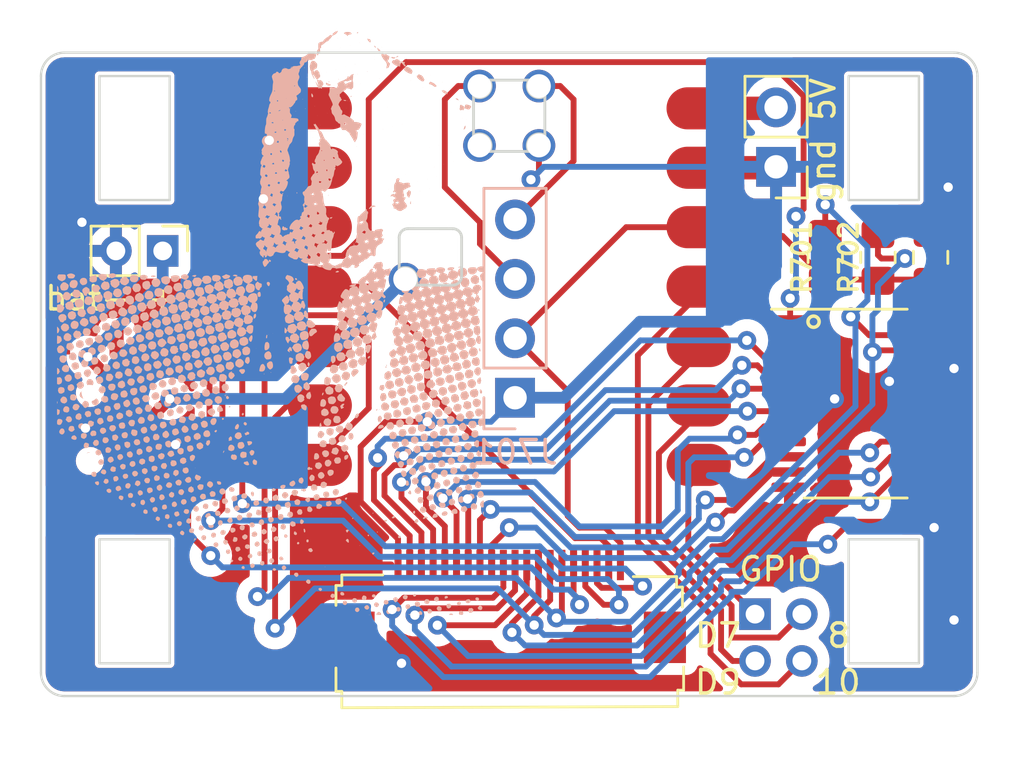
<source format=kicad_pcb>
(kicad_pcb (version 20221018) (generator pcbnew)
  (layers (0 "F.Cu" signal) (31 "B.Cu" signal) (34 "B.Paste" user) (35 "F.Paste" user) (36 "B.SilkS" user "B.Silkscreen") (37 "F.SilkS" user "F.Silkscreen") (38 "B.Mask" user) (39 "F.Mask" user) (44 "Edge.Cuts" user))
  (net 0 "")
  (net 1 "Net-(BT700-+)")
  (net 2 "GND")
  (net 3 "+3V3")
  (net 4 "swdio")
  (net 5 "swclk")
  (net 6 "Row_4")
  (net 7 "Row_3")
  (net 8 "Row_2")
  (net 9 "Row_1")
  (net 10 "sda")
  (net 11 "scl")
  (net 12 "Col_12")
  (net 13 "Col_11")
  (net 14 "Col_10")
  (net 15 "Col_9")
  (net 16 "Col_8")
  (net 17 "Col_7")
  (net 18 "Col_6")
  (net 19 "Col_5")
  (net 20 "Col_4")
  (net 21 "Col_3")
  (net 22 "Col_2")
  (net 23 "Col_1")
  (net 24 "D7")
  (net 25 "+5V")
  (net 26 "Net-(U700-BAT)")
  (net 27 "~{int}")
  (net 28 "D8")
  (net 29 "D9")
  (net 30 "D10")
  (footprint "Package_SO:TSSOP-24_4.4x7.8mm_P0.65mm" (layer "F.Cu") (at 148.8 100)
    (fp_text reference "U701" hide)
    (fp_text value "PCA9555PW")
  )
  (footprint "Resistor_SMD:R_0805_2012Metric_Pad1.20x1.40mm_HandSolder" (layer "F.Cu") (at 149.75 93.75 90)
    (fp_text reference "R702")
    (fp_text value "10k")
  )
  (footprint "Connector_PinHeader_2.00mm:PinHeader_2x02_P2.00mm_Horizontal" (layer "F.Cu") (at 144.5 109)
    (fp_text reference "J1" hide)
    (fp_text value "Conn_01x04")
  )
  (footprint "weteor:FCC 20pin" (layer "F.Cu") (at 134 110)
    (fp_text reference "J700" hide)
    (fp_text value "Conn_01x20")
  )
  (footprint "Connector_PinHeader_2.00mm:PinHeader_1x02_P2.00mm_Vertical" (layer "F.Cu") (at 119.2 93.475 -90)
    (fp_text reference "bat- +")
    (fp_text value "Battery_Cell")
  )
  (footprint "Capacitor_SMD:C_0805_2012Metric" (layer "F.Cu") (at 152 93.75 -90)
    (fp_text reference "C700" hide)
    (fp_text value "0.1uF")
  )
  (footprint "Connector_PinHeader_2.54mm:PinHeader_1x02_P2.54mm_Vertical" (layer "F.Cu") (at 145.4 89.88 180)
    (fp_text reference "J702" hide)
    (fp_text value "Conn_01x02")
  )
  (footprint "weteor:switch_MSK-12C02_smd" (layer "F.Cu") (at 114.7375 101)
    (fp_text reference "SW700")
    (fp_text value "ON_OFF")
  )
  (footprint "Resistor_SMD:R_0805_2012Metric_Pad1.20x1.40mm_HandSolder" (layer "F.Cu") (at 147.5 93.75 90)
    (fp_text reference "R701")
    (fp_text value "10k")
  )
  (footprint "mcu:xiao-ble-smd-cutout" (layer "F.Cu") (at 134 95)
    (fp_text reference "U700" hide)
    (fp_text value "xiao-ble" hide)
    (fp_line (start -4.699 -0.7488) (end -4.699 -2.095) (stroke (width 0.12)) (layer "Edge.Cuts"))
    (fp_line (start -4.319954 -2.477939) (end -2.413 -2.476) (stroke (width 0.12)) (layer "Edge.Cuts"))
    (fp_line (start -2.413 -0.063) (end -4.0132 -0.063) (stroke (width 0.12)) (layer "Edge.Cuts"))
    (fp_line (start -2.032 -2.095) (end -2.032 -0.444) (stroke (width 0.12)) (layer "Edge.Cuts"))
    (fp_line (start -1.524 -6.4638) (end -1.524 -8.1402) (stroke (width 0.12)) (layer "Edge.Cuts"))
    (fp_line (start -0.8382 -8.826) (end 0.8382 -8.826) (stroke (width 0.12)) (layer "Edge.Cuts"))
    (fp_line (start -0.8382 -5.778) (end 0.8382 -5.778) (stroke (width 0.12)) (layer "Edge.Cuts"))
    (fp_line (start 1.524 -6.4638) (end 1.524 -8.1402) (stroke (width 0.12)) (layer "Edge.Cuts"))
    (fp_arc (start -4.700954 -2.096939) (mid -4.589362 -2.366347) (end -4.319954 -2.477939) (stroke (width 0.12)) (layer "Edge.Cuts"))
    (fp_arc (start -4.699 -0.7488) (mid -4.095391 -0.666609) (end -4.0132 -0.063) (stroke (width 0.12)) (layer "Edge.Cuts"))
    (fp_arc (start -2.413 -2.476) (mid -2.143592 -2.364408) (end -2.032 -2.095) (stroke (width 0.12)) (layer "Edge.Cuts"))
    (fp_arc (start -2.032 -0.444) (mid -2.143592 -0.174592) (end -2.413 -0.063) (stroke (width 0.12)) (layer "Edge.Cuts"))
    (fp_arc (start -1.524 -6.4638) (mid -0.920391 -6.381609) (end -0.8382 -5.778) (stroke (width 0.12)) (layer "Edge.Cuts"))
    (fp_arc (start -0.8382 -8.826) (mid -0.920391 -8.222391) (end -1.524 -8.1402) (stroke (width 0.12)) (layer "Edge.Cuts"))
    (fp_arc (start 0.8382 -5.778) (mid 0.920391 -6.381609) (end 1.524 -6.4638) (stroke (width 0.12)) (layer "Edge.Cuts"))
    (fp_arc (start 1.524 -8.1402) (mid 0.920393 -8.222393) (end 0.8382 -8.826) (stroke (width 0.12)) (layer "Edge.Cuts"))
  )
  (footprint "LOGO" (layer "B.Cu") (at 123.805756 95.528093 180)
    (fp_text reference "G***" hide)
    (fp_text value "LOGO" hide)
  )
  (footprint "Connector_PinHeader_2.54mm:PinHeader_1x04_P2.54mm_Vertical" (layer "B.Cu") (at 134.25 99.75)
    (fp_text reference "J701")
    (fp_text value "BL_CONN")
  )
  (gr_circle (center 147 96.5) (end 147.220376 96.592513) (stroke (width 0.15)) (fill none) (layer "F.SilkS"))
  (gr_arc (start 154 111.5) (mid 153.707107 112.207107) (end 153 112.5) (stroke (width 0.1)) (layer "Edge.Cuts"))
  (gr_rect (start 116.5 86) (end 119.5 91.3) (stroke (width 0.1)) (fill none) (layer "Edge.Cuts"))
  (gr_line (start 115 85) (end 153 85) (stroke (width 0.1)) (layer "Edge.Cuts"))
  (gr_line (start 153 112.5) (end 115 112.5) (stroke (width 0.1)) (layer "Edge.Cuts"))
  (gr_arc (start 114 86) (mid 114.292893 85.292893) (end 115 85) (stroke (width 0.1)) (layer "Edge.Cuts"))
  (gr_rect (start 148.5 86) (end 151.5 91.3) (stroke (width 0.1)) (fill none) (layer "Edge.Cuts"))
  (gr_line (start 154 86) (end 154 111.5) (stroke (width 0.1)) (layer "Edge.Cuts"))
  (gr_line (start 114 111.5) (end 114 86) (stroke (width 0.1)) (layer "Edge.Cuts"))
  (gr_arc (start 153 85) (mid 153.707107 85.292893) (end 154 86) (stroke (width 0.1)) (layer "Edge.Cuts"))
  (gr_arc (start 115 112.5) (mid 114.292893 112.207107) (end 114 111.5) (stroke (width 0.1)) (layer "Edge.Cuts"))
  (gr_rect (start 148.5 105.8) (end 151.5 111.1) (stroke (width 0.1)) (fill none) (layer "Edge.Cuts"))
  (gr_rect (start 116.5 105.8) (end 119.5 111.1) (stroke (width 0.1)) (fill none) (layer "Edge.Cuts"))
  (gr_text "D7" (at 141.842844 110.5) (layer "F.SilkS") (effects (font (size 1 1)) (justify left bottom)))
  (gr_text "gnd" (at 148 91.5 90) (layer "F.SilkS") (effects (font (size 1 1)) (justify left bottom)))
  (gr_text "8" (at 147.5 110.5) (layer "F.SilkS") (effects (font (size 1 1)) (justify left bottom)))
  (gr_text "D9" (at 141.842844 112.5) (layer "F.SilkS") (effects (font (size 1 1)) (justify left bottom)))
  (gr_text "GPIO" (at 143.728469 107.665935) (layer "F.SilkS") (effects (font (size 1 1)) (justify left bottom)))
  (gr_text "10" (at 147 112.5) (layer "F.SilkS") (effects (font (size 1 1)) (justify left bottom)))
  (gr_text "5V" (at 148 88 90) (layer "F.SilkS") (effects (font (size 1 1)) (justify left bottom)))
  (segment (start 116.8 98.8) (end 117.9375 98.8) (width 0.5) (layer "F.Cu") (net 1))
  (segment (start 116 98) (end 116.8 98.8) (width 0.5) (layer "F.Cu") (net 1))
  (via (at 116 98) (size 0.8) (drill 0.4) (layers "F.Cu" "B.Cu") (net 1))
  (segment (start 116 98) (end 119.2 94.8) (width 0.5) (layer "B.Cu") (net 1))
  (segment (start 119.2 94.8) (end 119.2 93.475) (width 0.5) (layer "B.Cu") (net 1))
  (segment (start 135.27 88.968) (end 135.27 90.0854) (width 0.25) (layer "F.Cu") (net 2))
  (segment (start 145.36 89.92) (end 145.4 89.88) (width 0.5) (layer "F.Cu") (net 2))
  (segment (start 129.25 106.9) (end 129.25 105.786396) (width 0.25) (layer "F.Cu") (net 2))
  (segment (start 127.656205 101.843795) (end 128.7245 100.7755) (width 0.25) (layer "F.Cu") (net 2))
  (segment (start 152.875 98.375) (end 153 98.5) (width 0.25) (layer "F.Cu") (net 2))
  (segment (start 128.7245 100.7755) (end 130.5 100.7755) (width 0.25) (layer "F.Cu") (net 2))
  (segment (start 127.656205 104.192601) (end 127.656205 101.843795) (width 0.25) (layer "F.Cu") (net 2))
  (segment (start 145.9375 97.725) (end 145.9375 97.075) (width 0.25) (layer "F.Cu") (net 2))
  (segment (start 129.25 105.786396) (end 127.656205 104.192601) (width 0.25) (layer "F.Cu") (net 2))
  (segment (start 135.27 90.0854) (end 134.9277 90.4277) (width 0.25) (layer "F.Cu") (net 2))
  (segment (start 151.6625 98.375) (end 150.913572 98.375) (width 0.25) (layer "F.Cu") (net 2))
  (segment (start 150.913572 98.375) (end 150.238572 99.05) (width 0.25) (layer "F.Cu") (net 2))
  (segment (start 151.6625 98.375) (end 152.875 98.375) (width 0.25) (layer "F.Cu") (net 2))
  (segment (start 142.56996 89.92) (end 145.36 89.92) (width 1) (layer "F.Cu") (net 2))
  (via (at 119.75 101.75) (size 0.8) (drill 0.4) (layers "F.Cu" "B.Cu") (net 2))
  (via (at 150.238572 99.05) (size 0.8) (drill 0.4) (layers "F.Cu" "B.Cu") (net 2))
  (via (at 152.75 90.75) (size 0.8) (drill 0.4) (layers "F.Cu" "B.Cu") (net 2))
  (via (at 152.15 105.3) (size 0.8) (drill 0.4) (layers "F.Cu" "B.Cu") (net 2))
  (via (at 147.9 99.8) (size 0.8) (drill 0.4) (layers "F.Cu" "B.Cu") (net 2))
  (via (at 115.9 101.05) (size 0.8) (drill 0.4) (layers "F.Cu" "B.Cu") (net 2))
  (via (at 134.9277 90.4277) (size 0.8) (drill 0.4) (layers "F.Cu" "B.Cu") (net 2))
  (via (at 115.75 92.25) (size 0.8) (drill 0.4) (layers "F.Cu" "B.Cu") (net 2))
  (via (at 153 109.25) (size 0.8) (drill 0.4) (layers "F.Cu" "B.Cu") (net 2))
  (via (at 130.5 100.7755) (size 0.8) (drill 0.4) (layers "F.Cu" "B.Cu") (net 2))
  (via (at 153 98.5) (size 0.8) (drill 0.4) (layers "F.Cu" "B.Cu") (net 2))
  (via (at 123.75 88.75) (size 0.8) (drill 0.4) (layers "F.Cu" "B.Cu") (net 2))
  (via (at 123.5 91.25) (size 0.8) (drill 0.4) (layers "F.Cu" "B.Cu") (net 2))
  (via (at 129.4 111.1) (size 0.8) (drill 0.4) (layers "F.Cu" "B.Cu") (net 2))
  (segment (start 136.336828 99.75) (end 139.586828 96.5) (width 0.5) (layer "B.Cu") (net 2))
  (segment (start 134.25 99.75) (end 136.336828 99.75) (width 0.5) (layer "B.Cu") (net 2))
  (segment (start 143 96.5) (end 145.4 94.1) (width 0.5) (layer "B.Cu") (net 2))
  (segment (start 145.4 94.1) (end 145.4 89.88) (width 0.5) (layer "B.Cu") (net 2))
  (segment (start 134.9277 90.4277) (end 135.4754 89.88) (width 0.25) (layer "B.Cu") (net 2))
  (segment (start 135.4754 89.88) (end 145.4 89.88) (width 0.25) (layer "B.Cu") (net 2))
  (segment (start 133.2245 100.7755) (end 134.25 99.75) (width 0.25) (layer "B.Cu") (net 2))
  (segment (start 130.5 100.7755) (end 133.2245 100.7755) (width 0.25) (layer "B.Cu") (net 2))
  (segment (start 139.586828 96.5) (end 143 96.5) (width 0.5) (layer "B.Cu") (net 2))
  (segment (start 151.6625 96.425) (end 151.6625 95.0375) (width 0.25) (layer "F.Cu") (net 3))
  (segment (start 136.5 99.46) (end 134.25 97.21) (width 0.25) (layer "F.Cu") (net 3))
  (segment (start 138.1 105.3) (end 137 105.3) (width 0.25) (layer "F.Cu") (net 3))
  (segment (start 137 105.3) (end 136.5 104.8) (width 0.25) (layer "F.Cu") (net 3))
  (segment (start 151.6625 95.0375) (end 152 94.7) (width 0.25) (layer "F.Cu") (net 3))
  (segment (start 139 92.46) (end 134.25 97.21) (width 0.25) (layer "F.Cu") (net 3))
  (segment (start 145.1625 92.75) (end 145.25 92.8375) (width 0.25) (layer "F.Cu") (net 3))
  (segment (start 142.85996 92.75) (end 145.1625 92.75) (width 0.25) (layer "F.Cu") (net 3))
  (segment (start 138.75 105.95) (end 138.75 106.9) (width 0.25) (layer "F.Cu") (net 3))
  (segment (start 145.25 92.8375) (end 145.675 92.8375) (width 0.25) (layer "F.Cu") (net 3))
  (segment (start 152 94.7) (end 147.5375 94.7) (width 0.25) (layer "F.Cu") (net 3))
  (segment (start 142.56996 92.46) (end 139 92.46) (width 0.25) (layer "F.Cu") (net 3))
  (segment (start 147.5375 94.7) (end 147.5 94.6625) (width 0.25) (layer "F.Cu") (net 3))
  (segment (start 142.56996 92.46) (end 142.85996 92.75) (width 0.25) (layer "F.Cu") (net 3))
  (segment (start 136.5 104.8) (end 136.5 99.46) (width 0.25) (layer "F.Cu") (net 3))
  (segment (start 145.675 92.8375) (end 147.5 94.6625) (width 0.25) (layer "F.Cu") (net 3))
  (segment (start 138.75 105.95) (end 138.1 105.3) (width 0.25) (layer "F.Cu") (net 3))
  (segment (start 131.822 86.428) (end 132.73 86.428) (width 0.25) (layer "F.Cu") (net 4))
  (segment (start 132.75 92.25) (end 131.25 90.75) (width 0.25) (layer "F.Cu") (net 4))
  (segment (start 134.25 94.67) (end 132.75 93.17) (width 0.25) (layer "F.Cu") (net 4))
  (segment (start 131.25 87) (end 131.822 86.428) (width 0.25) (layer "F.Cu") (net 4))
  (segment (start 131.25 90.75) (end 131.25 87) (width 0.25) (layer "F.Cu") (net 4))
  (segment (start 132.75 93.17) (end 132.75 92.25) (width 0.25) (layer "F.Cu") (net 4))
  (segment (start 136.75 87) (end 136.75 89.63) (width 0.25) (layer "F.Cu") (net 5))
  (segment (start 135.27 86.428) (end 136.178 86.428) (width 0.25) (layer "F.Cu") (net 5))
  (segment (start 136.75 89.63) (end 134.25 92.13) (width 0.25) (layer "F.Cu") (net 5))
  (segment (start 136.178 86.428) (end 136.75 87) (width 0.25) (layer "F.Cu") (net 5))
  (segment (start 130.5 97.5) (end 128 95) (width 0.25) (layer "F.Cu") (net 6))
  (segment (start 138.25 106.9) (end 138.25 106.086396) (width 0.25) (layer "F.Cu") (net 6))
  (segment (start 138.25 106.086396) (end 137.913604 105.75) (width 0.25) (layer "F.Cu") (net 6))
  (segment (start 137.913604 105.75) (end 136.813604 105.75) (width 0.25) (layer "F.Cu") (net 6))
  (segment (start 136.813604 105.75) (end 130.5 99.436396) (width 0.25) (layer "F.Cu") (net 6))
  (segment (start 128 95) (end 125.43004 95) (width 0.25) (layer "F.Cu") (net 6))
  (segment (start 130.5 99.436396) (end 130.5 97.5) (width 0.25) (layer "F.Cu") (net 6))
  (segment (start 137.95 107.875) (end 137.75 107.675) (width 0.25) (layer "F.Cu") (net 7))
  (segment (start 122.5 96.25) (end 122.5 92.75) (width 0.25) (layer "F.Cu") (net 7))
  (segment (start 122.5 92.75) (end 122.79 92.46) (width 0.25) (layer "F.Cu") (net 7))
  (segment (start 122.6 104.2755) (end 122.6 96.35) (width 0.25) (layer "F.Cu") (net 7))
  (segment (start 139.7 107.8) (end 139.625 107.875) (width 0.25) (layer "F.Cu") (net 7))
  (segment (start 139.625 107.875) (end 137.95 107.875) (width 0.25) (layer "F.Cu") (net 7))
  (segment (start 122.79 92.46) (end 125.43004 92.46) (width 0.25) (layer "F.Cu") (net 7))
  (segment (start 137.75 107.675) (end 137.75 106.9) (width 0.25) (layer "F.Cu") (net 7))
  (segment (start 122.6 96.35) (end 122.5 96.25) (width 0.25) (layer "F.Cu") (net 7))
  (via (at 122.6 104.2755) (size 0.8) (drill 0.4) (layers "F.Cu" "B.Cu") (net 7))
  (via (at 139.7 107.8) (size 0.8) (drill 0.4) (layers "F.Cu" "B.Cu") (net 7))
  (segment (start 126.8755 104.2755) (end 122.6 104.2755) (width 0.25) (layer "B.Cu") (net 7))
  (segment (start 138.95 107.05) (end 136.254416 107.05) (width 0.25) (layer "B.Cu") (net 7))
  (segment (start 128.7 106.1) (end 126.8755 104.2755) (width 0.25) (layer "B.Cu") (net 7))
  (segment (start 139.7 107.8) (end 138.95 107.05) (width 0.25) (layer "B.Cu") (net 7))
  (segment (start 136.254416 107.05) (end 135.304416 106.1) (width 0.25) (layer "B.Cu") (net 7))
  (segment (start 135.304416 106.1) (end 128.7 106.1) (width 0.25) (layer "B.Cu") (net 7))
  (segment (start 121.75 91.25) (end 123.08 89.92) (width 0.25) (layer "F.Cu") (net 8))
  (segment (start 121.25 105) (end 121.75 104.5) (width 0.25) (layer "F.Cu") (net 8))
  (segment (start 138.038104 108.5995) (end 137.25 107.811396) (width 0.25) (layer "F.Cu") (net 8))
  (segment (start 123.08 89.92) (end 125.43004 89.92) (width 0.25) (layer "F.Cu") (net 8))
  (segment (start 138.686661 108.5995) (end 138.038104 108.5995) (width 0.25) (layer "F.Cu") (net 8))
  (segment (start 121.75 97.75) (end 121.75 91.25) (width 0.25) (layer "F.Cu") (net 8))
  (segment (start 137.25 107.811396) (end 137.25 106.9) (width 0.25) (layer "F.Cu") (net 8))
  (segment (start 121.75 104.5) (end 121.75 97.75) (width 0.25) (layer "F.Cu") (net 8))
  (via (at 121.25 105) (size 0.8) (drill 0.4) (layers "F.Cu" "B.Cu") (net 8))
  (via (at 138.686661 108.5995) (size 0.8) (drill 0.4) (layers "F.Cu" "B.Cu") (net 8))
  (segment (start 138.686661 108.5995) (end 138.686661 107.986661) (width 0.25) (layer "B.Cu") (net 8))
  (segment (start 136.06802 107.5) (end 135.11802 106.55) (width 0.25) (layer "B.Cu") (net 8))
  (segment (start 126.9 105) (end 121.25 105) (width 0.25) (layer "B.Cu") (net 8))
  (segment (start 138.686661 107.986661) (end 138.2 107.5) (width 0.25) (layer "B.Cu") (net 8))
  (segment (start 128.45 106.55) (end 126.9 105) (width 0.25) (layer "B.Cu") (net 8))
  (segment (start 138.2 107.5) (end 136.06802 107.5) (width 0.25) (layer "B.Cu") (net 8))
  (segment (start 135.11802 106.55) (end 128.45 106.55) (width 0.25) (layer "B.Cu") (net 8))
  (segment (start 121.25 106.5) (end 120.287299 105.537299) (width 0.25) (layer "F.Cu") (net 9))
  (segment (start 136.75 108.15) (end 136.75 106.9) (width 0.25) (layer "F.Cu") (net 9))
  (segment (start 121.2 89.6) (end 123.42 87.38) (width 0.25) (layer "F.Cu") (net 9))
  (segment (start 137.007003 108.592997) (end 137.007003 108.407003) (width 0.25) (layer "F.Cu") (net 9))
  (segment (start 123.42 87.38) (end 125.43004 87.38) (width 0.25) (layer "F.Cu") (net 9))
  (segment (start 120.287299 105.537299) (end 120.287299 104.462701) (width 0.25) (layer "F.Cu") (net 9))
  (segment (start 137.007003 108.407003) (end 136.75 108.15) (width 0.25) (layer "F.Cu") (net 9))
  (segment (start 120.287299 104.462701) (end 121.2 103.55) (width 0.25) (layer "F.Cu") (net 9))
  (segment (start 121.2 103.55) (end 121.2 89.6) (width 0.25) (layer "F.Cu") (net 9))
  (via (at 137.007003 108.592997) (size 0.8) (drill 0.4) (layers "F.Cu" "B.Cu") (net 9))
  (via (at 121.25 106.5) (size 0.8) (drill 0.4) (layers "F.Cu" "B.Cu") (net 9))
  (segment (start 135.881624 107.95) (end 134.931624 107) (width 0.25) (layer "B.Cu") (net 9))
  (segment (start 137.007003 108.407003) (end 136.55 107.95) (width 0.25) (layer "B.Cu") (net 9))
  (segment (start 121.75 107) (end 121.25 106.5) (width 0.25) (layer "B.Cu") (net 9))
  (segment (start 134.931624 107) (end 121.75 107) (width 0.25) (layer "B.Cu") (net 9))
  (segment (start 137.007003 108.592997) (end 137.007003 108.407003) (width 0.25) (layer "B.Cu") (net 9))
  (segment (start 136.55 107.95) (end 135.881624 107.95) (width 0.25) (layer "B.Cu") (net 9))
  (segment (start 123.55 107.95) (end 123.55 98.15) (width 0.25) (layer "F.Cu") (net 10))
  (segment (start 136.019027 109.162844) (end 136.25 108.931871) (width 0.25) (layer "F.Cu") (net 10))
  (segment (start 125.43004 97.54) (end 124.16 97.54) (width 0.25) (layer "F.Cu") (net 10))
  (segment (start 148.587879 96.291666) (end 149.371213 97.075) (width 0.25) (layer "F.Cu") (net 10))
  (segment (start 136.25 108.931871) (end 136.25 106.9) (width 0.25) (layer "F.Cu") (net 10))
  (segment (start 124.16 97.54) (end 123.55 98.15) (width 0.25) (layer "F.Cu") (net 10))
  (segment (start 123.25 108.25) (end 123.55 107.95) (width 0.25) (layer "F.Cu") (net 10))
  (segment (start 147.5 92.8375) (end 147.5 91.5) (width 0.25) (layer "F.Cu") (net 10))
  (segment (start 149.371213 97.075) (end 151.6625 97.075) (width 0.25) (layer "F.Cu") (net 10))
  (via (at 136.019027 109.162844) (size 0.8) (drill 0.4) (layers "F.Cu" "B.Cu") (net 10))
  (via (at 147.5 91.5) (size 0.8) (drill 0.4) (layers "F.Cu" "B.Cu") (net 10))
  (via (at 123.25 108.25) (size 0.8) (drill 0.4) (layers "F.Cu" "B.Cu") (net 10))
  (via (at 148.587879 96.291666) (size 0.8) (drill 0.4) (layers "F.Cu" "B.Cu") (net 10))
  (segment (start 141.245584 107.279721) (end 141.245584 107.05) (width 0.25) (layer "B.Cu") (net 10))
  (segment (start 136.180683 109.3245) (end 139.200805 109.3245) (width 0.25) (layer "B.Cu") (net 10))
  (segment (start 136.012844 109.162844) (end 134.3 107.45) (width 0.25) (layer "B.Cu") (net 10))
  (segment (start 143.109634 105.795283) (end 148.789572 100.115345) (width 0.25) (layer "B.Cu") (net 10))
  (segment (start 136.019027 109.162844) (end 136.180683 109.3245) (width 0.25) (layer "B.Cu") (net 10))
  (segment (start 142.500301 105.795283) (end 143.109634 105.795283) (width 0.25) (layer "B.Cu") (net 10))
  (segment (start 141.245584 107.05) (end 142.500301 105.795283) (width 0.25) (layer "B.Cu") (net 10))
  (segment (start 149.3 95.579545) (end 149.3 93.3) (width 0.25) (layer "B.Cu") (net 10))
  (segment (start 124.575305 107.45) (end 123.775305 108.25) (width 0.25) (layer "B.Cu") (net 10))
  (segment (start 139.200805 109.3245) (end 141.245584 107.279721) (width 0.25) (layer "B.Cu") (net 10))
  (segment (start 148.587879 96.291666) (end 149.3 95.579545) (width 0.25) (layer "B.Cu") (net 10))
  (segment (start 149.3 93.3) (end 147.5 91.5) (width 0.25) (layer "B.Cu") (net 10))
  (segment (start 123.775305 108.25) (end 123.25 108.25) (width 0.25) (layer "B.Cu") (net 10))
  (segment (start 148.789572 100.115345) (end 148.789572 96.493359) (width 0.25) (layer "B.Cu") (net 10))
  (segment (start 136.019027 109.162844) (end 136.012844 109.162844) (width 0.25) (layer "B.Cu") (net 10))
  (segment (start 134.3 107.45) (end 124.575305 107.45) (width 0.25) (layer "B.Cu") (net 10))
  (segment (start 148.789572 96.493359) (end 148.587879 96.291666) (width 0.25) (layer "B.Cu") (net 10))
  (segment (start 124 109.6) (end 124 100.6) (width 0.25) (layer "F.Cu") (net 11))
  (segment (start 124.52 100.08) (end 125.43004 100.08) (width 0.25) (layer "F.Cu") (net 11))
  (segment (start 135.75 108.395584) (end 135.75 106.9) (width 0.25) (layer "F.Cu") (net 11))
  (segment (start 149.75 93.65) (end 149.9 93.8) (width 0.25) (layer "F.Cu") (net 11))
  (segment (start 149.589072 97.725) (end 151.6625 97.725) (width 0.25) (layer "F.Cu") (net 11))
  (segment (start 149.514072 97.8) (end 149.589072 97.725) (width 0.25) (layer "F.Cu") (net 11))
  (segment (start 124 100.6) (end 124.52 100.08) (width 0.25) (layer "F.Cu") (net 11))
  (segment (start 149.9 93.8) (end 150.9 93.8) (width 0.25) (layer "F.Cu") (net 11))
  (segment (start 135.066893 109.466893) (end 135.066893 109.078691) (width 0.25) (layer "F.Cu") (net 11))
  (segment (start 135.066893 109.078691) (end 135.75 108.395584) (width 0.25) (layer "F.Cu") (net 11))
  (segment (start 149.75 92.8375) (end 149.75 93.65) (width 0.25) (layer "F.Cu") (net 11))
  (via (at 124 109.6) (size 0.8) (drill 0.4) (layers "F.Cu" "B.Cu") (net 11))
  (via (at 149.514072 97.8) (size 0.8) (drill 0.4) (layers "F.Cu" "B.Cu") (net 11))
  (via (at 150.9 93.8) (size 0.8) (drill 0.4) (layers "F.Cu" "B.Cu") (net 11))
  (via (at 135.066893 109.466893) (size 0.8) (drill 0.4) (layers "F.Cu" "B.Cu") (net 11))
  (segment (start 133.5 107.9) (end 125.7 107.9) (width 0.25) (layer "B.Cu") (net 11))
  (segment (start 149.75 94.95) (end 149.75 96) (width 0.25) (layer "B.Cu") (net 11))
  (segment (start 141.695584 107.236396) (end 142.686697 106.245283) (width 0.25) (layer "B.Cu") (net 11))
  (segment (start 135.487844 109.887844) (end 139.273857 109.887844) (width 0.25) (layer "B.Cu") (net 11))
  (segment (start 135.066893 109.466893) (end 133.5 107.9) (width 0.25) (layer "B.Cu") (net 11))
  (segment (start 141.695584 107.466117) (end 141.695584 107.236396) (width 0.25) (layer "B.Cu") (net 11))
  (segment (start 149.514072 100.027241) (end 149.514072 97.8) (width 0.25) (layer "B.Cu") (net 11))
  (segment (start 149.514072 96.235928) (end 149.514072 97.8) (width 0.25) (layer "B.Cu") (net 11))
  (segment (start 135.066893 109.466893) (end 135.487844 109.887844) (width 0.25) (layer "B.Cu") (net 11))
  (segment (start 149.75 96) (end 149.514072 96.235928) (width 0.25) (layer "B.Cu") (net 11))
  (segment (start 125.7 107.9) (end 124 109.6) (width 0.25) (layer "B.Cu") (net 11))
  (segment (start 139.273857 109.887844) (end 141.695584 107.466117) (width 0.25) (layer "B.Cu") (net 11))
  (segment (start 142.686697 106.245283) (end 143.29603 106.245283) (width 0.25) (layer "B.Cu") (net 11))
  (segment (start 143.29603 106.245283) (end 149.514072 100.027241) (width 0.25) (layer "B.Cu") (net 11))
  (segment (start 150.9 93.8) (end 149.75 94.95) (width 0.25) (layer "B.Cu") (net 11))
  (segment (start 134.117623 109.779767) (end 134.117623 109.391565) (width 0.25) (layer "F.Cu") (net 12))
  (segment (start 149.875 101.625) (end 151.6625 101.625) (width 0.25) (layer "F.Cu") (net 12))
  (segment (start 134.117623 109.391565) (end 135.25 108.259188) (width 0.25) (layer "F.Cu") (net 12))
  (segment (start 135.25 108.259188) (end 135.25 106.9) (width 0.25) (layer "F.Cu") (net 12))
  (segment (start 149.4 102.1) (end 149.875 101.625) (width 0.25) (layer "F.Cu") (net 12))
  (via (at 149.4 102.1) (size 0.8) (drill 0.4) (layers "F.Cu" "B.Cu") (net 12))
  (via (at 134.117623 109.779767) (size 0.8) (drill 0.4) (layers "F.Cu" "B.Cu") (net 12))
  (segment (start 142.145584 107.422792) (end 142.873093 106.695283) (width 0.25) (layer "B.Cu") (net 12))
  (segment (start 139.460253 110.337844) (end 142.145584 107.652513) (width 0.25) (layer "B.Cu") (net 12))
  (segment (start 134.6757 110.337844) (end 139.460253 110.337844) (width 0.25) (layer "B.Cu") (net 12))
  (segment (start 134.117623 109.779767) (end 134.6757 110.337844) (width 0.25) (layer "B.Cu") (net 12))
  (segment (start 142.873093 106.695283) (end 143.482426 106.695283) (width 0.25) (layer "B.Cu") (net 12))
  (segment (start 148.077709 102.1) (end 149.4 102.1) (width 0.25) (layer "B.Cu") (net 12))
  (segment (start 142.145584 107.652513) (end 142.145584 107.422792) (width 0.25) (layer "B.Cu") (net 12))
  (segment (start 143.482426 106.695283) (end 148.077709 102.1) (width 0.25) (layer "B.Cu") (net 12))
  (segment (start 130.931424 109.4745) (end 133.398292 109.4745) (width 0.25) (layer "F.Cu") (net 13))
  (segment (start 150.300402 102.275) (end 149.437701 103.137701) (width 0.25) (layer "F.Cu") (net 13))
  (segment (start 151.6625 102.275) (end 150.300402 102.275) (width 0.25) (layer "F.Cu") (net 13))
  (segment (start 134.75 108.122792) (end 134.75 106.9) (width 0.25) (layer "F.Cu") (net 13))
  (segment (start 133.398292 109.4745) (end 134.75 108.122792) (width 0.25) (layer "F.Cu") (net 13))
  (via (at 149.437701 103.137701) (size 0.8) (drill 0.4) (layers "F.Cu" "B.Cu") (net 13))
  (via (at 130.931424 109.4745) (size 0.8) (drill 0.4) (layers "F.Cu" "B.Cu") (net 13))
  (segment (start 143.668822 107.145283) (end 147.676404 103.137701) (width 0.25) (layer "B.Cu") (net 13))
  (segment (start 130.931424 109.4745) (end 132.244768 110.787844) (width 0.25) (layer "B.Cu") (net 13))
  (segment (start 142.595584 107.838909) (end 142.595584 107.609188) (width 0.25) (layer "B.Cu") (net 13))
  (segment (start 139.646649 110.787844) (end 142.595584 107.838909) (width 0.25) (layer "B.Cu") (net 13))
  (segment (start 143.059489 107.145283) (end 143.668822 107.145283) (width 0.25) (layer "B.Cu") (net 13))
  (segment (start 147.676404 103.137701) (end 149.437701 103.137701) (width 0.25) (layer "B.Cu") (net 13))
  (segment (start 142.595584 107.609188) (end 143.059489 107.145283) (width 0.25) (layer "B.Cu") (net 13))
  (segment (start 132.244768 110.787844) (end 139.646649 110.787844) (width 0.25) (layer "B.Cu") (net 13))
  (segment (start 129.969787 109.041908) (end 130.261695 108.75) (width 0.25) (layer "F.Cu") (net 14))
  (segment (start 130.261695 108.75) (end 133.486396 108.75) (width 0.25) (layer "F.Cu") (net 14))
  (segment (start 150.675 102.925) (end 149.4 104.2) (width 0.25) (layer "F.Cu") (net 14))
  (segment (start 151.6625 102.925) (end 150.675 102.925) (width 0.25) (layer "F.Cu") (net 14))
  (segment (start 134.25 107.986396) (end 134.25 106.9) (width 0.25) (layer "F.Cu") (net 14))
  (segment (start 133.486396 108.75) (end 134.25 107.986396) (width 0.25) (layer "F.Cu") (net 14))
  (via (at 149.4 104.2) (size 0.8) (drill 0.4) (layers "F.Cu" "B.Cu") (net 14))
  (via (at 129.969787 109.041908) (size 0.8) (drill 0.4) (layers "F.Cu" "B.Cu") (net 14))
  (segment (start 143.045584 107.795584) (end 143.245885 107.595283) (width 0.25) (layer "B.Cu") (net 14))
  (segment (start 143.045584 108.025305) (end 143.045584 107.795584) (width 0.25) (layer "B.Cu") (net 14))
  (segment (start 147.250501 104.2) (end 149.4 104.2) (width 0.25) (layer "B.Cu") (net 14))
  (segment (start 139.833045 111.237844) (end 143.045584 108.025305) (width 0.25) (layer "B.Cu") (net 14))
  (segment (start 129.969787 109.669787) (end 131.537844 111.237844) (width 0.25) (layer "B.Cu") (net 14))
  (segment (start 129.969787 109.041908) (end 129.969787 109.669787) (width 0.25) (layer "B.Cu") (net 14))
  (segment (start 143.245885 107.595283) (end 143.855218 107.595283) (width 0.25) (layer "B.Cu") (net 14))
  (segment (start 143.855218 107.595283) (end 147.250501 104.2) (width 0.25) (layer "B.Cu") (net 14))
  (segment (start 131.537844 111.237844) (end 139.833045 111.237844) (width 0.25) (layer "B.Cu") (net 14))
  (segment (start 147.612299 106.012299) (end 148.574598 105.05) (width 0.25) (layer "F.Cu") (net 15))
  (segment (start 129.5 108.3) (end 133.3 108.3) (width 0.25) (layer "F.Cu") (net 15))
  (segment (start 133.3 108.3) (end 133.75 107.85) (width 0.25) (layer "F.Cu") (net 15))
  (segment (start 133.75 107.85) (end 133.75 106.9) (width 0.25) (layer "F.Cu") (net 15))
  (segment (start 129 108.8) (end 129.5 108.3) (width 0.25) (layer "F.Cu") (net 15))
  (segment (start 148.574598 105.05) (end 150.1875 105.05) (width 0.25) (layer "F.Cu") (net 15))
  (segment (start 150.1875 105.05) (end 151.6625 103.575) (width 0.25) (layer "F.Cu") (net 15))
  (via (at 147.612299 106.012299) (size 0.8) (drill 0.4) (layers "F.Cu" "B.Cu") (net 15))
  (via (at 129 108.8) (size 0.8) (drill 0.4) (layers "F.Cu" "B.Cu") (net 15))
  (segment (start 131.187844 111.687844) (end 140.019441 111.687844) (width 0.25) (layer "B.Cu") (net 15))
  (segment (start 140.019441 111.687844) (end 143.495584 108.211701) (width 0.25) (layer "B.Cu") (net 15))
  (segment (start 143.495584 108.211701) (end 143.495584 108.045283) (width 0.25) (layer "B.Cu") (net 15))
  (segment (start 129 109.5) (end 131.187844 111.687844) (width 0.25) (layer "B.Cu") (net 15))
  (segment (start 143.495584 108.045283) (end 144.041614 108.045283) (width 0.25) (layer "B.Cu") (net 15))
  (segment (start 129 108.8) (end 129 109.5) (width 0.25) (layer "B.Cu") (net 15))
  (segment (start 146.074598 106.012299) (end 147.612299 106.012299) (width 0.25) (layer "B.Cu") (net 15))
  (segment (start 144.041614 108.045283) (end 146.074598 106.012299) (width 0.25) (layer "B.Cu") (net 15))
  (segment (start 133.25 106.056083) (end 134.00447 105.301613) (width 0.25) (layer "F.Cu") (net 16))
  (segment (start 145.248959 102.925) (end 145.9375 102.925) (width 0.25) (layer "F.Cu") (net 16))
  (segment (start 143.604459 104.5695) (end 145.248959 102.925) (width 0.25) (layer "F.Cu") (net 16))
  (segment (start 142.809329 105.070283) (end 143.310112 104.5695) (width 0.25) (layer "F.Cu") (net 16))
  (segment (start 143.310112 104.5695) (end 143.604459 104.5695) (width 0.25) (layer "F.Cu") (net 16))
  (segment (start 133.25 106.9) (end 133.25 106.056083) (width 0.25) (layer "F.Cu") (net 16))
  (via (at 142.809329 105.070283) (size 0.8) (drill 0.4) (layers "F.Cu" "B.Cu") (net 16))
  (via (at 134.00447 105.301613) (size 0.8) (drill 0.4) (layers "F.Cu" "B.Cu") (net 16))
  (segment (start 141.059188 106.6) (end 142.588905 105.070283) (width 0.25) (layer "B.Cu") (net 16))
  (segment (start 142.588905 105.070283) (end 142.809329 105.070283) (width 0.25) (layer "B.Cu") (net 16))
  (segment (start 134.00447 105.301613) (end 135.142425 105.301613) (width 0.25) (layer "B.Cu") (net 16))
  (segment (start 135.142425 105.301613) (end 136.440812 106.6) (width 0.25) (layer "B.Cu") (net 16))
  (segment (start 136.440812 106.6) (end 141.059188 106.6) (width 0.25) (layer "B.Cu") (net 16))
  (segment (start 142.3745 104.1195) (end 143.404459 104.1195) (width 0.25) (layer "F.Cu") (net 17))
  (segment (start 132.75 106.9) (end 132.75 104.9745) (width 0.25) (layer "F.Cu") (net 17))
  (segment (start 143.404459 104.1195) (end 145.248959 102.275) (width 0.25) (layer "F.Cu") (net 17))
  (segment (start 132.75 104.9745) (end 133.2 104.5245) (width 0.25) (layer "F.Cu") (net 17))
  (segment (start 145.248959 102.275) (end 145.9375 102.275) (width 0.25) (layer "F.Cu") (net 17))
  (via (at 142.3745 104.1195) (size 0.8) (drill 0.4) (layers "F.Cu" "B.Cu") (net 17))
  (via (at 133.2 104.5245) (size 0.8) (drill 0.4) (layers "F.Cu" "B.Cu") (net 17))
  (segment (start 142.1 104.922792) (end 142.1 104.394) (width 0.25) (layer "B.Cu") (net 17))
  (segment (start 140.872792 106.15) (end 142.1 104.922792) (width 0.25) (layer "B.Cu") (net 17))
  (segment (start 136.627208 106.15) (end 140.872792 106.15) (width 0.25) (layer "B.Cu") (net 17))
  (segment (start 142.1 104.394) (end 142.3745 104.1195) (width 0.25) (layer "B.Cu") (net 17))
  (segment (start 135.001708 104.5245) (end 136.627208 106.15) (width 0.25) (layer "B.Cu") (net 17))
  (segment (start 133.2 104.5245) (end 135.001708 104.5245) (width 0.25) (layer "B.Cu") (net 17))
  (segment (start 132.25 106.9) (end 132.25 104.104486) (width 0.25) (layer "F.Cu") (net 18))
  (segment (start 144.034117 102.296356) (end 144.203644 102.296356) (width 0.25) (layer "F.Cu") (net 18))
  (segment (start 144.203644 102.296356) (end 144.875 101.625) (width 0.25) (layer "F.Cu") (net 18))
  (segment (start 132.25 104.104486) (end 132.221053 104.075539) (width 0.25) (layer "F.Cu") (net 18))
  (segment (start 144.875 101.625) (end 145.9375 101.625) (width 0.25) (layer "F.Cu") (net 18))
  (via (at 144.034117 102.296356) (size 0.8) (drill 0.4) (layers "F.Cu" "B.Cu") (net 18))
  (via (at 132.221053 104.075539) (size 0.8) (drill 0.4) (layers "F.Cu" "B.Cu") (net 18))
  (segment (start 132.496592 103.8) (end 134.913604 103.8) (width 0.25) (layer "B.Cu") (net 18))
  (segment (start 136.813604 105.7) (end 140.686396 105.7) (width 0.25) (layer "B.Cu") (net 18))
  (segment (start 141.903644 102.296356) (end 144.034117 102.296356) (width 0.25) (layer "B.Cu") (net 18))
  (segment (start 140.686396 105.7) (end 141.65 104.736396) (width 0.25) (layer "B.Cu") (net 18))
  (segment (start 132.221053 104.075539) (end 132.496592 103.8) (width 0.25) (layer "B.Cu") (net 18))
  (segment (start 141.65 104.736396) (end 141.65 102.55) (width 0.25) (layer "B.Cu") (net 18))
  (segment (start 141.65 102.55) (end 141.903644 102.296356) (width 0.25) (layer "B.Cu") (net 18))
  (segment (start 134.913604 103.8) (end 136.813604 105.7) (width 0.25) (layer "B.Cu") (net 18))
  (segment (start 131.75 104.629084) (end 131.75 106.9) (width 0.25) (layer "F.Cu") (net 19))
  (segment (start 143.749223 101.338317) (end 144.525287 101.338317) (width 0.25) (layer "F.Cu") (net 19))
  (segment (start 144.525287 101.338317) (end 144.888604 100.975) (width 0.25) (layer "F.Cu") (net 19))
  (segment (start 144.888604 100.975) (end 145.9375 100.975) (width 0.25) (layer "F.Cu") (net 19))
  (segment (start 131.167322 104.046406) (end 131.75 104.629084) (width 0.25) (layer "F.Cu") (net 19))
  (via (at 143.749223 101.338317) (size 0.8) (drill 0.4) (layers "F.Cu" "B.Cu") (net 19))
  (via (at 131.167322 104.046406) (size 0.8) (drill 0.4) (layers "F.Cu" "B.Cu") (net 19))
  (segment (start 140.5 105.25) (end 141.2 104.55) (width 0.25) (layer "B.Cu") (net 19))
  (segment (start 131.167322 104.046406) (end 131.863728 103.35) (width 0.25) (layer "B.Cu") (net 19))
  (segment (start 135.1 103.35) (end 137 105.25) (width 0.25) (layer "B.Cu") (net 19))
  (segment (start 141.2 102) (end 141.7 101.5) (width 0.25) (layer "B.Cu") (net 19))
  (segment (start 131.863728 103.35) (end 135.1 103.35) (width 0.25) (layer "B.Cu") (net 19))
  (segment (start 137 105.25) (end 140.5 105.25) (width 0.25) (layer "B.Cu") (net 19))
  (segment (start 141.7 101.5) (end 143.58754 101.5) (width 0.25) (layer "B.Cu") (net 19))
  (segment (start 141.2 104.55) (end 141.2 102) (width 0.25) (layer "B.Cu") (net 19))
  (segment (start 143.58754 101.5) (end 143.749223 101.338317) (width 0.25) (layer "B.Cu") (net 19))
  (segment (start 131.25 106.9) (end 131.25 105.240812) (width 0.25) (layer "F.Cu") (net 20))
  (segment (start 131.25 105.240812) (end 130.442822 104.433634) (width 0.25) (layer "F.Cu") (net 20))
  (segment (start 130.442822 104.433634) (end 130.442822 103.334319) (width 0.25) (layer "F.Cu") (net 20))
  (segment (start 144.175 100.325) (end 145.9375 100.325) (width 0.25) (layer "F.Cu") (net 20))
  (via (at 144.175 100.325) (size 0.8) (drill 0.4) (layers "F.Cu" "B.Cu") (net 20))
  (via (at 130.442822 103.334319) (size 0.8) (drill 0.4) (layers "F.Cu" "B.Cu") (net 20))
  (segment (start 130.442822 103.334319) (end 130.877141 102.9) (width 0.25) (layer "B.Cu") (net 20))
  (segment (start 130.877141 102.9) (end 135.909188 102.9) (width 0.25) (layer "B.Cu") (net 20))
  (segment (start 138.484188 100.325) (end 144.175 100.325) (width 0.25) (layer "B.Cu") (net 20))
  (segment (start 135.909188 102.9) (end 138.484188 100.325) (width 0.25) (layer "B.Cu") (net 20))
  (segment (start 130.75 105.377208) (end 130.75 106.9) (width 0.25) (layer "F.Cu") (net 21))
  (segment (start 143.900773 99.363852) (end 144.937811 99.363852) (width 0.25) (layer "F.Cu") (net 21))
  (segment (start 144.937811 99.363852) (end 145.248959 99.675) (width 0.25) (layer "F.Cu") (net 21))
  (segment (start 129.398031 104.025239) (end 130.75 105.377208) (width 0.25) (layer "F.Cu") (net 21))
  (segment (start 129.398031 103.354512) (end 129.398031 104.025239) (width 0.25) (layer "F.Cu") (net 21))
  (segment (start 145.248959 99.675) (end 145.9375 99.675) (width 0.25) (layer "F.Cu") (net 21))
  (via (at 143.900773 99.363852) (size 0.8) (drill 0.4) (layers "F.Cu" "B.Cu") (net 21))
  (via (at 129.398031 103.354512) (size 0.8) (drill 0.4) (layers "F.Cu" "B.Cu") (net 21))
  (segment (start 135.772792 102.4) (end 138.297792 99.875) (width 0.25) (layer "B.Cu") (net 21))
  (segment (start 143.389625 99.875) (end 143.900773 99.363852) (width 0.25) (layer "B.Cu") (net 21))
  (segment (start 130.352543 102.4) (end 135.772792 102.4) (width 0.25) (layer "B.Cu") (net 21))
  (segment (start 138.297792 99.875) (end 143.389625 99.875) (width 0.25) (layer "B.Cu") (net 21))
  (segment (start 129.398031 103.354512) (end 130.352543 102.4) (width 0.25) (layer "B.Cu") (net 21))
  (segment (start 128.673031 103.936635) (end 130.25 105.513604) (width 0.25) (layer "F.Cu") (net 22))
  (segment (start 143.941019 98.36516) (end 144.602723 98.36516) (width 0.25) (layer "F.Cu") (net 22))
  (segment (start 129.097726 102.629512) (end 128.673031 103.054207) (width 0.25) (layer "F.Cu") (net 22))
  (segment (start 130.25 105.513604) (end 130.25 106.9) (width 0.25) (layer "F.Cu") (net 22))
  (segment (start 129.493557 102.234388) (end 129.493557 102.629512) (width 0.25) (layer "F.Cu") (net 22))
  (segment (start 144.602723 98.378764) (end 145.248959 99.025) (width 0.25) (layer "F.Cu") (net 22))
  (segment (start 144.602723 98.36516) (end 144.602723 98.378764) (width 0.25) (layer "F.Cu") (net 22))
  (segment (start 129.493557 102.629512) (end 129.097726 102.629512) (width 0.25) (layer "F.Cu") (net 22))
  (segment (start 128.673031 103.054207) (end 128.673031 103.936635) (width 0.25) (layer "F.Cu") (net 22))
  (segment (start 145.248959 99.025) (end 145.9375 99.025) (width 0.25) (layer "F.Cu") (net 22))
  (via (at 129.493557 102.234388) (size 0.8) (drill 0.4) (layers "F.Cu" "B.Cu") (net 22))
  (via (at 143.941019 98.36516) (size 0.8) (drill 0.4) (layers "F.Cu" "B.Cu") (net 22))
  (segment (start 142.81432 99.425) (end 143.600468 98.638852) (width 0.25) (layer "B.Cu") (net 22))
  (segment (start 130.166147 101.95) (end 135.586396 101.95) (width 0.25) (layer "B.Cu") (net 22))
  (segment (start 143.600468 98.638852) (end 143.667327 98.638852) (width 0.25) (layer "B.Cu") (net 22))
  (segment (start 129.493557 102.234388) (end 129.881759 102.234388) (width 0.25) (layer "B.Cu") (net 22))
  (segment (start 143.667327 98.638852) (end 143.941019 98.36516) (width 0.25) (layer "B.Cu") (net 22))
  (segment (start 138.111396 99.425) (end 142.81432 99.425) (width 0.25) (layer "B.Cu") (net 22))
  (segment (start 129.881759 102.234388) (end 130.166147 101.95) (width 0.25) (layer "B.Cu") (net 22))
  (segment (start 135.586396 101.95) (end 138.111396 99.425) (width 0.25) (layer "B.Cu") (net 22))
  (segment (start 145.248959 98.375) (end 145.9375 98.375) (width 0.25) (layer "F.Cu") (net 23))
  (segment (start 128.575306 102.515536) (end 128.223031 102.867811) (width 0.25) (layer "F.Cu") (net 23))
  (segment (start 128.223031 104.123031) (end 129.75 105.65) (width 0.25) (layer "F.Cu") (net 23))
  (segment (start 128.381205 102.321435) (end 128.575306 102.515536) (width 0.25) (layer "F.Cu") (net 23))
  (segment (start 129.75 105.65) (end 129.75 106.9) (width 0.25) (layer "F.Cu") (net 23))
  (segment (start 128.223031 102.867811) (end 128.223031 104.123031) (width 0.25) (layer "F.Cu") (net 23))
  (segment (start 144.173959 97.3) (end 145.248959 98.375) (width 0.25) (layer "F.Cu") (net 23))
  (segment (start 144.15 97.3) (end 144.173959 97.3) (width 0.25) (layer "F.Cu") (net 23))
  (via (at 128.381205 102.321435) (size 0.8) (drill 0.4) (layers "F.Cu" "B.Cu") (net 23))
  (via (at 144.15 97.3) (size 0.8) (drill 0.4) (layers "F.Cu" "B.Cu") (net 23))
  (segment (start 128.381205 102.321435) (end 128.381205 101.81799) (width 0.25) (layer "B.Cu") (net 23))
  (segment (start 128.699195 101.5) (end 135.4 101.5) (width 0.25) (layer "B.Cu") (net 23))
  (segment (start 128.381205 101.81799) (end 128.699195 101.5) (width 0.25) (layer "B.Cu") (net 23))
  (segment (start 135.4 101.5) (end 139.6 97.3) (width 0.25) (layer "B.Cu") (net 23))
  (segment (start 139.6 97.3) (end 144.15 97.3) (width 0.25) (layer "B.Cu") (net 23))
  (segment (start 141.6495 103.54046) (end 142.56996 102.62) (width 0.25) (layer "F.Cu") (net 24))
  (segment (start 144.5 109) (end 141.6495 106.1495) (width 0.25) (layer "F.Cu") (net 24))
  (segment (start 141.6495 106.1495) (end 141.6495 103.54046) (width 0.25) (layer "F.Cu") (net 24))
  (segment (start 142.56996 87.38) (end 145.36 87.38) (width 1) (layer "F.Cu") (net 25))
  (segment (start 145.36 87.38) (end 145.4 87.34) (width 0.5) (layer "F.Cu") (net 25))
  (segment (start 117.9375 101.7) (end 117.9375 101.3625) (width 0.5) (layer "F.Cu") (net 26))
  (segment (start 117.9375 101.3625) (end 119.5 99.8) (width 0.5) (layer "F.Cu") (net 26))
  (via (at 119.5 99.8) (size 0.8) (drill 0.4) (layers "F.Cu" "B.Cu") (net 26))
  (segment (start 124.438 99.8) (end 129.555 94.683) (width 0.5) (layer "B.Cu") (net 26))
  (segment (start 119.5 99.8) (end 124.438 99.8) (width 0.5) (layer "B.Cu") (net 26))
  (segment (start 126.887452 96.225) (end 124.922628 96.225) (width 0.25) (layer "F.Cu") (net 27))
  (segment (start 146.575 86.853299) (end 146.575 91.6745) (width 0.25) (layer "F.Cu") (net 27))
  (segment (start 145.126201 85.4045) (end 146.575 86.853299) (width 0.25) (layer "F.Cu") (net 27))
  (segment (start 146.575 91.6745) (end 146.2495 92) (width 0.25) (layer "F.Cu") (net 27))
  (segment (start 125.572452 102.62) (end 128 100.192452) (width 0.25) (layer "F.Cu") (net 27))
  (segment (start 128 97.337548) (end 126.887452 96.225) (width 0.25) (layer "F.Cu") (net 27))
  (segment (start 146 95.5) (end 146 96.3625) (width 0.25) (layer "F.Cu") (net 27))
  (segment (start 126.887452 93.685) (end 128 92.572452) (width 0.25) (layer "F.Cu") (net 27))
  (segment (start 125.43004 102.62) (end 125.572452 102.62) (width 0.25) (layer "F.Cu") (net 27))
  (segment (start 124.922628 96.225) (end 124.20504 95.507412) (width 0.25) (layer "F.Cu") (net 27))
  (segment (start 129.5955 85.4045) (end 145.126201 85.4045) (width 0.25) (layer "F.Cu") (net 27))
  (segment (start 128 92.572452) (end 128 87) (width 0.25) (layer "F.Cu") (net 27))
  (segment (start 146 96.3625) (end 145.9375 96.425) (width 0.25) (layer "F.Cu") (net 27))
  (segment (start 125.012628 93.685) (end 126.887452 93.685) (width 0.25) (layer "F.Cu") (net 27))
  (segment (start 124.20504 94.492588) (end 125.012628 93.685) (width 0.25) (layer "F.Cu") (net 27))
  (segment (start 124.20504 95.507412) (end 124.20504 94.492588) (width 0.25) (layer "F.Cu") (net 27))
  (segment (start 128 87) (end 129.5955 85.4045) (width 0.25) (layer "F.Cu") (net 27))
  (segment (start 128 100.192452) (end 128 97.337548) (width 0.25) (layer "F.Cu") (net 27))
  (via (at 146.2495 92) (size 0.8) (drill 0.4) (layers "F.Cu" "B.Cu") (net 27))
  (via (at 146 95.5) (size 0.8) (drill 0.4) (layers "F.Cu" "B.Cu") (net 27))
  (segment (start 146.2495 95.2505) (end 146.2495 92) (width 0.25) (layer "B.Cu") (net 27))
  (segment (start 146 95.5) (end 146.2495 95.2505) (width 0.25) (layer "B.Cu") (net 27))
  (segment (start 142.427548 100.08) (end 142.56996 100.08) (width 0.25) (layer "F.Cu") (net 28))
  (segment (start 143.5 108.636396) (end 140.39496 105.531356) (width 0.25) (layer "F.Cu") (net 28))
  (segment (start 140.39496 102.112588) (end 142.427548 100.08) (width 0.25) (layer "F.Cu") (net 28))
  (segment (start 146.5 109) (end 145.5 110) (width 0.25) (layer "F.Cu") (net 28))
  (segment (start 145.5 110) (end 143.5 110) (width 0.25) (layer "F.Cu") (net 28))
  (segment (start 140.39496 105.531356) (end 140.39496 102.112588) (width 0.25) (layer "F.Cu") (net 28))
  (segment (start 143.5 110) (end 143.5 108.636396) (width 0.25) (layer "F.Cu") (net 28))
  (segment (start 142.427548 97.54) (end 142.56996 97.54) (width 0.25) (layer "F.Cu") (net 29))
  (segment (start 139.94496 100.022588) (end 142.427548 97.54) (width 0.25) (layer "F.Cu") (net 29))
  (segment (start 139.94496 105.717752) (end 139.94496 100.022588) (width 0.25) (layer "F.Cu") (net 29))
  (segment (start 143.05 108.822792) (end 139.94496 105.717752) (width 0.25) (layer "F.Cu") (net 29))
  (segment (start 143.545406 111) (end 143.05 110.504594) (width 0.25) (layer "F.Cu") (net 29))
  (segment (start 143.05 110.504594) (end 143.05 108.822792) (width 0.25) (layer "F.Cu") (net 29))
  (segment (start 144.5 111) (end 143.545406 111) (width 0.25) (layer "F.Cu") (net 29))
  (segment (start 142.6 109.009188) (end 139.49496 105.904148) (width 0.25) (layer "F.Cu") (net 30))
  (segment (start 146.5 111) (end 145.5 112) (width 0.25) (layer "F.Cu") (net 30))
  (segment (start 139.49496 97.932588) (end 142.427548 95) (width 0.25) (layer "F.Cu") (net 30))
  (segment (start 145.5 112) (end 143.90901 112) (width 0.25) (layer "F.Cu") (net 30))
  (segment (start 142.427548 95) (end 142.56996 95) (width 0.25) (layer "F.Cu") (net 30))
  (segment (start 142.6 110.69099) (end 142.6 109.009188) (width 0.25) (layer "F.Cu") (net 30))
  (segment (start 139.49496 105.904148) (end 139.49496 97.932588) (width 0.25) (layer "F.Cu") (net 30))
  (segment (start 143.90901 112) (end 142.6 110.69099) (width 0.25) (layer "F.Cu") (net 30))
  (zone (net 2) (net_name "GND") (layers "F&B.Cu") (connect_pads (clearance 0.508)) (min_thickness 0.254) (fill yes (thermal_gap 0.508) (thermal_bridge_width 0.508))
    (polygon (pts (xy 156 115.5) (xy 112.25 115.5) (xy 112.25 82.75) (xy 156 82.75)))
  )
  (zone (net 0) (net_name "") (layers "F&B.Cu") (name "antenna") (connect_pads (clearance 0)) (min_thickness 0.25)
    (keepout (tracks allowed) (vias allowed) (pads allowed) (copperpour not_allowed) (footprints allowed))
    (fill (thermal_gap 0.5) (thermal_bridge_width 0.5))
    (polygon (pts (xy 125.4 84.8) (xy 125.4 103.8) (xy 142.4 103.8) (xy 142.4 84.8)))
  )
)
</source>
